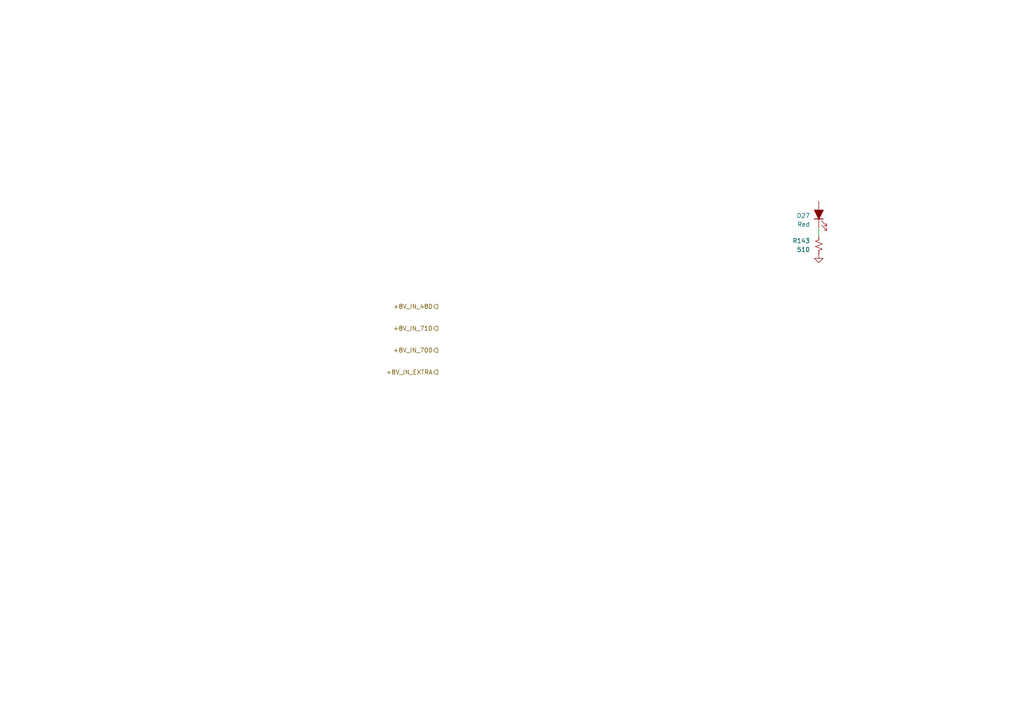
<source format=kicad_sch>
(kicad_sch (version 20250114) (generator "eeschema") (generator_version "9.0")
  (paper "A4")
  (lib_symbols
    (symbol "Device:LED_Filled" (pin_numbers (hide yes)) (pin_names (offset 1.016) (hide yes))
      (property "Reference" "D" (at 0 2.54 0))
      (property "Value" "LED_Filled" (at 0 -2.54 0))
      (symbol "LED_Filled_0_1"
        (polyline (pts (xy -3.048 -0.762) (xy -4.572 -2.286) (xy -3.81 -2.286) (xy -4.572 -2.286) (xy -4.572 -1.524)))
        (polyline (pts (xy -1.778 -0.762) (xy -3.302 -2.286) (xy -2.54 -2.286) (xy -3.302 -2.286) (xy -3.302 -1.524)))
        (polyline (pts (xy -1.27 0) (xy 1.27 0)))
        (polyline (pts (xy -1.27 -1.27) (xy -1.27 1.27)) (stroke (width 0.254)))
        (polyline (pts (xy 1.27 -1.27) (xy 1.27 1.27) (xy -1.27 0) (xy 1.27 -1.27)) (stroke (width 0.254)) (fill (type outline)))
      )
      (symbol "LED_Filled_1_1"
        (pin passive line (at -3.81 0 0) (length 2.54) (name "K") (number "1"))
        (pin passive line (at 3.81 0 180) (length 2.54) (name "A") (number "2"))
      )
    )
    (symbol "Device:R_Small_US" (pin_numbers (hide yes)) (pin_names (offset 0.254) (hide yes))
      (property "Reference" "R" (at 0.762 0.508 0))
      (property "Value" "R_Small_US" (at 0.762 -1.016 0))
      (symbol "R_Small_US_1_1"
        (polyline (pts (xy 0 1.524) (xy 1.016 1.143) (xy 0 0.762) (xy -1.016 0.381) (xy 0 0)))
        (polyline (pts (xy 0 0) (xy 1.016 -0.381) (xy 0 -0.762) (xy -1.016 -1.143) (xy 0 -1.524)))
        (pin passive line (at 0 2.54 270) (length 1.016) (name "~") (number "1"))
        (pin passive line (at 0 -2.54 90) (length 1.016) (name "~") (number "2"))
      )
    )
    (symbol "power:GND" (power) (pin_numbers (hide yes)) (pin_names (offset 0) (hide yes))
      (property "Value" "GND" (at 0 -3.81 0))
      (symbol "GND_0_1"
        (polyline (pts (xy 0 0) (xy 0 -1.27) (xy 1.27 -1.27) (xy 0 -2.54) (xy -1.27 -1.27) (xy 0 -1.27)))
      )
      (symbol "GND_1_1"
        (pin power_in line (at 0 0 270) (length 0) (name "~") (number "1"))
      )
    )
  )
  (wire (pts (xy 237.49 66.04) (xy 237.49 68.58)))
  (hierarchical_label "+8V_IN_EXTRA" (shape output) (at 127 107.95 180))
  (hierarchical_label "+8V_IN_700" (shape output) (at 127 101.6 180))
  (hierarchical_label "+8V_IN_710" (shape output) (at 127 95.25 180))
  (hierarchical_label "+8V_IN_480" (shape output) (at 127 88.9 180))
  (symbol (lib_id "Device:R_Small_US") (at 237.49 71.12 0) (mirror x) (unit 1)
    (property "Reference" "R143" (at 234.95 69.8499 0) (effects (justify right)))
    (property "Value" "510" (at 234.95 72.3899 0) (effects (justify right)))
    (property "Footprint" "Resistor_SMD:R_0603_1608Metric_Pad0.98x0.95mm_HandSolder" (effects (hide yes)))
    (property "Description" "Resistor, small US symbol" (effects (hide yes)))
    (property "DigiKey Part Number" "311-510HRCT-ND" (effects (hide yes)))
  )
  (symbol (lib_id "Device:LED_Filled") (at 237.49 62.23 90) (unit 1)
    (property "Reference" "D27" (at 234.95 62.5474 90) (effects (justify left)))
    (property "Value" "Red" (at 234.95 65.0874 90) (effects (justify left)))
    (property "Footprint" "LED_THT:LED_D5.0mm" (effects (hide yes)))
    (property "Description" "Light emitting diode, filled shape" (effects (hide yes)))
    (property "DigiKey Part Number" "732-5016-ND" (effects (hide yes)))
  )
  (symbol (lib_id "power:GND") (at 237.49 73.66 0) (mirror y) (unit 1)
    (property "Reference" "#PWR0269" (effects (hide yes)))
    (property "Value" "GND" (effects (hide yes)))
    (property "Description" "Power symbol creates a global label with name \"GND\" , ground" (effects (hide yes)))
  )
)
</source>
